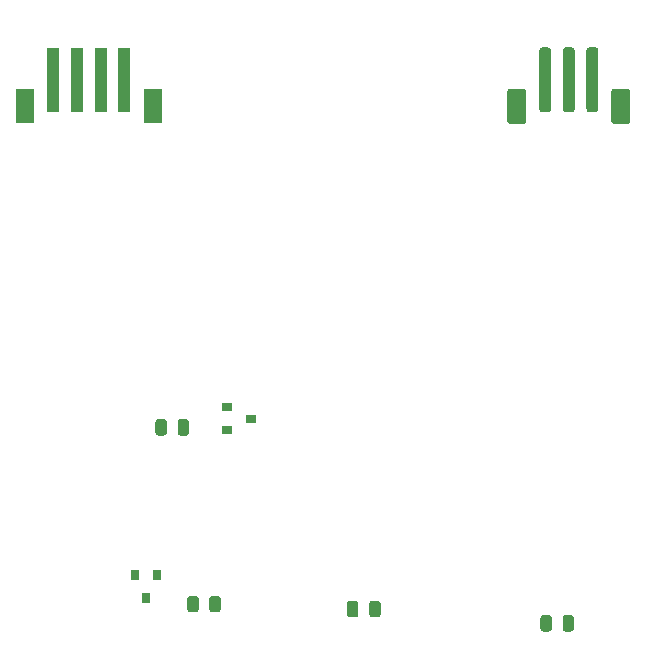
<source format=gbr>
G04 #@! TF.GenerationSoftware,KiCad,Pcbnew,(5.1.6-0-10_14)*
G04 #@! TF.CreationDate,2020-07-24T18:21:48-04:00*
G04 #@! TF.ProjectId,Pufferfish-Interface-2,50756666-6572-4666-9973-682d496e7465,rev?*
G04 #@! TF.SameCoordinates,Original*
G04 #@! TF.FileFunction,Paste,Bot*
G04 #@! TF.FilePolarity,Positive*
%FSLAX46Y46*%
G04 Gerber Fmt 4.6, Leading zero omitted, Abs format (unit mm)*
G04 Created by KiCad (PCBNEW (5.1.6-0-10_14)) date 2020-07-24 18:21:48*
%MOMM*%
%LPD*%
G01*
G04 APERTURE LIST*
%ADD10R,1.600000X3.000000*%
%ADD11R,1.000000X5.500000*%
%ADD12R,0.800000X0.900000*%
%ADD13R,0.900000X0.800000*%
G04 APERTURE END LIST*
G36*
G01*
X46582940Y-49899250D02*
X46582940Y-50811750D01*
G75*
G02*
X46339190Y-51055500I-243750J0D01*
G01*
X45851690Y-51055500D01*
G75*
G02*
X45607940Y-50811750I0J243750D01*
G01*
X45607940Y-49899250D01*
G75*
G02*
X45851690Y-49655500I243750J0D01*
G01*
X46339190Y-49655500D01*
G75*
G02*
X46582940Y-49899250I0J-243750D01*
G01*
G37*
G36*
G01*
X48457940Y-49899250D02*
X48457940Y-50811750D01*
G75*
G02*
X48214190Y-51055500I-243750J0D01*
G01*
X47726690Y-51055500D01*
G75*
G02*
X47482940Y-50811750I0J243750D01*
G01*
X47482940Y-49899250D01*
G75*
G02*
X47726690Y-49655500I243750J0D01*
G01*
X48214190Y-49655500D01*
G75*
G02*
X48457940Y-49899250I0J-243750D01*
G01*
G37*
G36*
G01*
X30202720Y-48695290D02*
X30202720Y-49607790D01*
G75*
G02*
X29958970Y-49851540I-243750J0D01*
G01*
X29471470Y-49851540D01*
G75*
G02*
X29227720Y-49607790I0J243750D01*
G01*
X29227720Y-48695290D01*
G75*
G02*
X29471470Y-48451540I243750J0D01*
G01*
X29958970Y-48451540D01*
G75*
G02*
X30202720Y-48695290I0J-243750D01*
G01*
G37*
G36*
G01*
X32077720Y-48695290D02*
X32077720Y-49607790D01*
G75*
G02*
X31833970Y-49851540I-243750J0D01*
G01*
X31346470Y-49851540D01*
G75*
G02*
X31102720Y-49607790I0J243750D01*
G01*
X31102720Y-48695290D01*
G75*
G02*
X31346470Y-48451540I243750J0D01*
G01*
X31833970Y-48451540D01*
G75*
G02*
X32077720Y-48695290I0J-243750D01*
G01*
G37*
D10*
X12766000Y-6568000D03*
X1966000Y-6568000D03*
D11*
X10366000Y-4318000D03*
X4366000Y-4318000D03*
X8366000Y-4318000D03*
X6366000Y-4318000D03*
G36*
G01*
X49506000Y-6842000D02*
X49506000Y-1842000D01*
G75*
G02*
X49756000Y-1592000I250000J0D01*
G01*
X50256000Y-1592000D01*
G75*
G02*
X50506000Y-1842000I0J-250000D01*
G01*
X50506000Y-6842000D01*
G75*
G02*
X50256000Y-7092000I-250000J0D01*
G01*
X49756000Y-7092000D01*
G75*
G02*
X49506000Y-6842000I0J250000D01*
G01*
G37*
G36*
G01*
X45506000Y-6842000D02*
X45506000Y-1842000D01*
G75*
G02*
X45756000Y-1592000I250000J0D01*
G01*
X46256000Y-1592000D01*
G75*
G02*
X46506000Y-1842000I0J-250000D01*
G01*
X46506000Y-6842000D01*
G75*
G02*
X46256000Y-7092000I-250000J0D01*
G01*
X45756000Y-7092000D01*
G75*
G02*
X45506000Y-6842000I0J250000D01*
G01*
G37*
G36*
G01*
X47506000Y-6842000D02*
X47506000Y-1842000D01*
G75*
G02*
X47756000Y-1592000I250000J0D01*
G01*
X48256000Y-1592000D01*
G75*
G02*
X48506000Y-1842000I0J-250000D01*
G01*
X48506000Y-6842000D01*
G75*
G02*
X48256000Y-7092000I-250000J0D01*
G01*
X47756000Y-7092000D01*
G75*
G02*
X47506000Y-6842000I0J250000D01*
G01*
G37*
G36*
G01*
X42806000Y-7842400D02*
X42806000Y-5341600D01*
G75*
G02*
X43055600Y-5092000I249600J0D01*
G01*
X44156400Y-5092000D01*
G75*
G02*
X44406000Y-5341600I0J-249600D01*
G01*
X44406000Y-7842400D01*
G75*
G02*
X44156400Y-8092000I-249600J0D01*
G01*
X43055600Y-8092000D01*
G75*
G02*
X42806000Y-7842400I0J249600D01*
G01*
G37*
G36*
G01*
X51606000Y-7842400D02*
X51606000Y-5341600D01*
G75*
G02*
X51855600Y-5092000I249600J0D01*
G01*
X52956400Y-5092000D01*
G75*
G02*
X53206000Y-5341600I0J-249600D01*
G01*
X53206000Y-7842400D01*
G75*
G02*
X52956400Y-8092000I-249600J0D01*
G01*
X51855600Y-8092000D01*
G75*
G02*
X51606000Y-7842400I0J249600D01*
G01*
G37*
D12*
X12192000Y-48244000D03*
X13142000Y-46244000D03*
X11242000Y-46244000D03*
D13*
X19066000Y-33970000D03*
X19066000Y-32070000D03*
X21066000Y-33020000D03*
G36*
G01*
X17574680Y-49191230D02*
X17574680Y-48278730D01*
G75*
G02*
X17818430Y-48034980I243750J0D01*
G01*
X18305930Y-48034980D01*
G75*
G02*
X18549680Y-48278730I0J-243750D01*
G01*
X18549680Y-49191230D01*
G75*
G02*
X18305930Y-49434980I-243750J0D01*
G01*
X17818430Y-49434980D01*
G75*
G02*
X17574680Y-49191230I0J243750D01*
G01*
G37*
G36*
G01*
X15699680Y-49191230D02*
X15699680Y-48278730D01*
G75*
G02*
X15943430Y-48034980I243750J0D01*
G01*
X16430930Y-48034980D01*
G75*
G02*
X16674680Y-48278730I0J-243750D01*
G01*
X16674680Y-49191230D01*
G75*
G02*
X16430930Y-49434980I-243750J0D01*
G01*
X15943430Y-49434980D01*
G75*
G02*
X15699680Y-49191230I0J243750D01*
G01*
G37*
G36*
G01*
X13987600Y-33307970D02*
X13987600Y-34220470D01*
G75*
G02*
X13743850Y-34464220I-243750J0D01*
G01*
X13256350Y-34464220D01*
G75*
G02*
X13012600Y-34220470I0J243750D01*
G01*
X13012600Y-33307970D01*
G75*
G02*
X13256350Y-33064220I243750J0D01*
G01*
X13743850Y-33064220D01*
G75*
G02*
X13987600Y-33307970I0J-243750D01*
G01*
G37*
G36*
G01*
X15862600Y-33307970D02*
X15862600Y-34220470D01*
G75*
G02*
X15618850Y-34464220I-243750J0D01*
G01*
X15131350Y-34464220D01*
G75*
G02*
X14887600Y-34220470I0J243750D01*
G01*
X14887600Y-33307970D01*
G75*
G02*
X15131350Y-33064220I243750J0D01*
G01*
X15618850Y-33064220D01*
G75*
G02*
X15862600Y-33307970I0J-243750D01*
G01*
G37*
M02*

</source>
